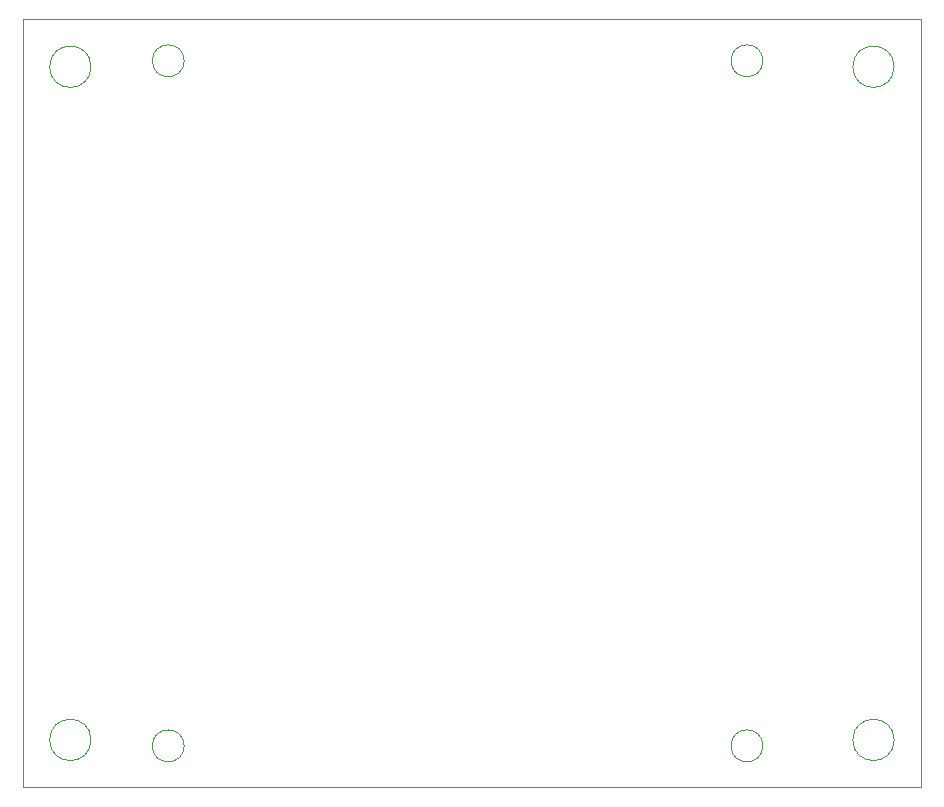
<source format=gbr>
%TF.GenerationSoftware,KiCad,Pcbnew,6.0.2+dfsg-1*%
%TF.CreationDate,2023-08-16T15:29:05+02:00*%
%TF.ProjectId,PiBLDC,5069424c-4443-42e6-9b69-6361645f7063,v01*%
%TF.SameCoordinates,Original*%
%TF.FileFunction,Profile,NP*%
%FSLAX46Y46*%
G04 Gerber Fmt 4.6, Leading zero omitted, Abs format (unit mm)*
G04 Created by KiCad (PCBNEW 6.0.2+dfsg-1) date 2023-08-16 15:29:05*
%MOMM*%
%LPD*%
G01*
G04 APERTURE LIST*
%TA.AperFunction,Profile*%
%ADD10C,0.100000*%
%TD*%
G04 APERTURE END LIST*
D10*
X123640000Y-58500000D02*
G75*
G03*
X123640000Y-58500000I-1350000J0D01*
G01*
X172640000Y-58500000D02*
G75*
G03*
X172640000Y-58500000I-1350000J0D01*
G01*
X123640000Y-116500000D02*
G75*
G03*
X123640000Y-116500000I-1350000J0D01*
G01*
X183750000Y-59000000D02*
G75*
G03*
X183750000Y-59000000I-1750000J0D01*
G01*
X115750000Y-59000000D02*
G75*
G03*
X115750000Y-59000000I-1750000J0D01*
G01*
X172640000Y-116500000D02*
G75*
G03*
X172640000Y-116500000I-1350000J0D01*
G01*
X110000000Y-55000000D02*
X186000000Y-55000000D01*
X186000000Y-55000000D02*
X186000000Y-120000000D01*
X186000000Y-120000000D02*
X110000000Y-120000000D01*
X110000000Y-120000000D02*
X110000000Y-55000000D01*
X183750000Y-116000000D02*
G75*
G03*
X183750000Y-116000000I-1750000J0D01*
G01*
X115750000Y-116000000D02*
G75*
G03*
X115750000Y-116000000I-1750000J0D01*
G01*
M02*

</source>
